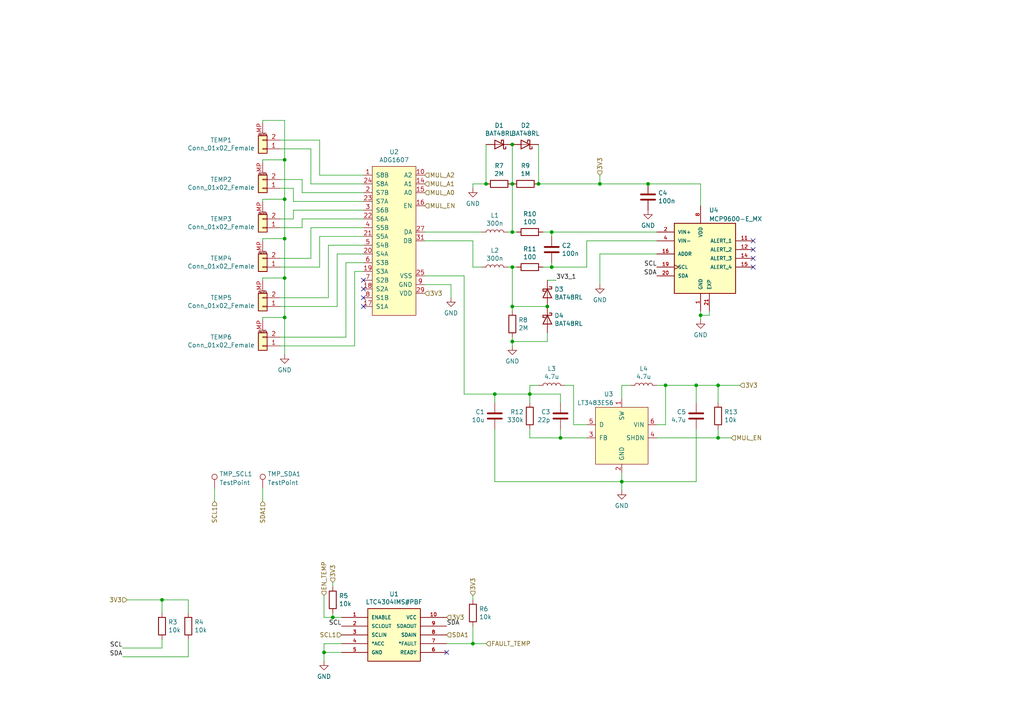
<source format=kicad_sch>
(kicad_sch (version 20211123) (generator eeschema)
  (paper "A4")
  (title_block (title "6 Channel Temperature Sensor") (date "2022-08-10") (rev "2.0"))
  (lib_symbols
    (symbol "Connector:TestPoint" (pin_numbers hide) (pin_names (offset 0.762) hide)
      (property "Reference" "TP" (at 0 6.858 0))
      (property "Value" "TestPoint" (at 0 5.08 0))
      (symbol "TestPoint_0_1"
        (circle (center 0 3.302) (radius 0.762))
      )
      (symbol "TestPoint_1_1"
        (pin passive line (at 0 0 90) (length 2.54) (name "1") (number "1"))
      )
    )
    (symbol "Connector_Generic_MountingPin:Conn_01x02_MountingPin" (pin_names (offset 1.016) hide)
      (property "Reference" "J" (at 0 2.54 0))
      (property "Value" "Conn_01x02_MountingPin" (at 1.27 -5.08 0))
      (symbol "Conn_01x02_MountingPin_1_1"
        (rectangle (start -1.27 -2.413) (end 0 -2.667) (stroke (width 0.1524)))
        (rectangle (start -1.27 0.127) (end 0 -0.127) (stroke (width 0.1524)))
        (rectangle (start -1.27 1.27) (end 1.27 -3.81) (stroke (width 0.254)) (fill (type background)))
        (polyline (pts (xy -1.016 -4.572) (xy 1.016 -4.572)) (stroke (width 0.1524)))
        (text "Mounting" (at 0 -4.191 0) (effects (font (size 0.381 0.381))))
        (pin passive line (at -5.08 0 0) (length 3.81) (name "Pin_1") (number "1"))
        (pin passive line (at -5.08 -2.54 0) (length 3.81) (name "Pin_2") (number "2"))
        (pin passive line (at 0 -7.62 90) (length 3.048) (name "MountPin") (number "MP"))
      )
    )
    (symbol "Device:C" (pin_numbers hide) (pin_names (offset 0.254))
      (property "Reference" "C" (at 0.635 2.54 0))
      (property "Value" "C" (at 0.635 -2.54 0))
      (symbol "C_0_1"
        (polyline (pts (xy -2.032 -0.762) (xy 2.032 -0.762)) (stroke (width 0.508)))
        (polyline (pts (xy -2.032 0.762) (xy 2.032 0.762)) (stroke (width 0.508)))
      )
      (symbol "C_1_1"
        (pin passive line (at 0 3.81 270) (length 2.794) (name "~") (number "1"))
        (pin passive line (at 0 -3.81 90) (length 2.794) (name "~") (number "2"))
      )
    )
    (symbol "Device:L" (pin_numbers hide) (pin_names (offset 1.016) hide)
      (property "Reference" "L" (at -1.27 0 90))
      (property "Value" "L" (at 1.905 0 90))
      (symbol "L_0_1"
        (arc (start 0 -2.54) (mid 0.635 -1.905) (end 0 -1.27))
        (arc (start 0 -1.27) (mid 0.635 -0.635) (end 0 0))
        (arc (start 0 0) (mid 0.635 0.635) (end 0 1.27))
        (arc (start 0 1.27) (mid 0.635 1.905) (end 0 2.54))
      )
      (symbol "L_1_1"
        (pin passive line (at 0 3.81 270) (length 1.27) (name "1") (number "1"))
        (pin passive line (at 0 -3.81 90) (length 1.27) (name "2") (number "2"))
      )
    )
    (symbol "Device:R" (pin_numbers hide) (pin_names (offset 0))
      (property "Reference" "R" (at 2.032 0 90))
      (property "Value" "R" (at 0 0 90))
      (symbol "R_0_1"
        (rectangle (start -1.016 -2.54) (end 1.016 2.54) (stroke (width 0.254)))
      )
      (symbol "R_1_1"
        (pin passive line (at 0 3.81 270) (length 1.27) (name "~") (number "1"))
        (pin passive line (at 0 -3.81 90) (length 1.27) (name "~") (number "2"))
      )
    )
    (symbol "Diode:BAT48RL" (pin_numbers hide) (pin_names (offset 1.016) hide)
      (property "Reference" "D" (at 0 2.54 0))
      (property "Value" "BAT48RL" (at 0 -2.54 0))
      (symbol "BAT48RL_0_1"
        (polyline (pts (xy 1.27 0) (xy -1.27 0)))
        (polyline (pts (xy 1.27 1.27) (xy 1.27 -1.27) (xy -1.27 0) (xy 1.27 1.27)) (stroke (width 0.254)))
        (polyline (pts (xy -1.905 0.635) (xy -1.905 1.27) (xy -1.27 1.27) (xy -1.27 -1.27) (xy -0.635 -1.27) (xy -0.635 -0.635)) (stroke (width 0.254)))
      )
      (symbol "BAT48RL_1_1"
        (pin passive line (at -3.81 0 0) (length 2.54) (name "K") (number "1"))
        (pin passive line (at 3.81 0 180) (length 2.54) (name "A") (number "2"))
      )
    )
    (symbol "cubesat_obc_lib:ADG1607" (pin_names (offset 1.016))
      (property "Reference" "U" (at 2.54 13.97 0))
      (property "Value" "ADG1607" (at 6.35 16.51 0))
      (symbol "ADG1607_0_0"
        (pin bidirectional line (at -8.89 7.62 0) (length 2.54) (name "S8B") (number "1"))
        (pin input line (at 8.89 7.62 180) (length 2.54) (name "A2") (number "10"))
        (pin no_connect line (at 5.08 -35.56 90) (length 2.54) hide (name "NC") (number "11"))
        (pin no_connect line (at 2.54 -35.56 90) (length 2.54) hide (name "NC") (number "12"))
        (pin no_connect line (at 0 -35.56 90) (length 2.54) hide (name "NC") (number "13"))
        (pin input line (at 8.89 5.08 180) (length 2.54) (name "A1") (number "14"))
        (pin input line (at 8.89 2.54 180) (length 2.54) (name "A0") (number "15"))
        (pin input line (at 8.89 -1.27 180) (length 2.54) (name "EN") (number "16"))
        (pin bidirectional line (at -8.89 -30.48 0) (length 2.54) (name "S1A") (number "17"))
        (pin bidirectional line (at -8.89 -25.4 0) (length 2.54) (name "S2A") (number "18"))
        (pin bidirectional line (at -8.89 -20.32 0) (length 2.54) (name "S3A") (number "19"))
        (pin bidirectional line (at -8.89 2.54 0) (length 2.54) (name "S7B") (number "2"))
        (pin bidirectional line (at -8.89 -15.24 0) (length 2.54) (name "S4A") (number "20"))
        (pin bidirectional line (at -8.89 -10.16 0) (length 2.54) (name "S5A") (number "21"))
        (pin bidirectional line (at -8.89 -5.08 0) (length 2.54) (name "S6A") (number "22"))
        (pin bidirectional line (at -8.89 0 0) (length 2.54) (name "S7A") (number "23"))
        (pin bidirectional line (at -8.89 5.08 0) (length 2.54) (name "S8A") (number "24"))
        (pin power_in line (at 8.89 -21.59 180) (length 2.54) (name "VSS") (number "25"))
        (pin no_connect line (at -2.54 -35.56 90) (length 2.54) hide (name "NC") (number "26"))
        (pin bidirectional line (at 8.89 -8.89 180) (length 2.54) (name "DA") (number "27"))
        (pin no_connect line (at 8.89 -13.97 180) (length 2.54) hide (name "NC") (number "28"))
        (pin power_in line (at 8.89 -26.67 180) (length 2.54) (name "VDD") (number "29"))
        (pin bidirectional line (at -8.89 -2.54 0) (length 2.54) (name "S6B") (number "3"))
        (pin no_connect line (at 8.89 -16.51 180) (length 2.54) hide (name "NC") (number "30"))
        (pin bidirectional line (at 8.89 -11.43 180) (length 2.54) (name "DB") (number "31"))
        (pin no_connect line (at 8.89 -19.05 180) (length 2.54) hide (name "NC") (number "32"))
        (pin bidirectional line (at -8.89 -7.62 0) (length 2.54) (name "S5B") (number "4"))
        (pin bidirectional line (at -8.89 -12.7 0) (length 2.54) (name "S4B") (number "5"))
        (pin bidirectional line (at -8.89 -17.78 0) (length 2.54) (name "S3B") (number "6"))
        (pin bidirectional line (at -8.89 -22.86 0) (length 2.54) (name "S2B") (number "7"))
        (pin bidirectional line (at -8.89 -27.94 0) (length 2.54) (name "S1B") (number "8"))
        (pin power_in line (at 8.89 -24.13 180) (length 2.54) (name "GND") (number "9"))
      )
      (symbol "ADG1607_0_1"
        (rectangle (start -6.35 10.16) (end 6.35 -33.02) (fill (type background)))
      )
    )
    (symbol "cubesat_obc_lib:LT3483ES6" (pin_names (offset 1.016))
      (property "Reference" "U" (at 7.62 12.7 0))
      (property "Value" "LT3483ES6" (at 11.43 15.24 0))
      (symbol "LT3483ES6_0_0"
        (pin bidirectional line (at 0 8.89 270) (length 2.54) (name "SW") (number "1"))
        (pin power_in line (at 0 -12.7 90) (length 2.54) (name "GND") (number "2"))
        (pin input line (at 10.16 -2.54 180) (length 2.54) (name "FB") (number "3"))
        (pin input line (at -10.16 -2.54 0) (length 2.54) (name "SHDN") (number "4"))
        (pin power_in line (at 10.16 1.27 180) (length 2.54) (name "D") (number "5"))
        (pin power_in line (at -10.16 1.27 0) (length 2.54) (name "VIN") (number "6"))
      )
      (symbol "LT3483ES6_0_1"
        (rectangle (start -7.62 6.35) (end 7.62 -10.16) (fill (type background)))
      )
    )
    (symbol "cubesat_obc_lib:LTC4304CMSTRPBF" (pin_names (offset 1.016))
      (property "Reference" "U" (at 30.861 9.1186 0))
      (property "Value" "LTC4304CMSTRPBF" (at 30.2006 6.5786 0))
      (symbol "LTC4304CMSTRPBF_0_0"
        (pin passive line (at 24.13 1.27 0) (length 7.62) (name "ENABLE") (number "1"))
        (pin power_in line (at 54.61 1.27 180) (length 7.62) (name "VCC") (number "10"))
        (pin output line (at 24.13 -1.27 0) (length 7.62) (name "SCLOUT") (number "2"))
        (pin input line (at 24.13 -3.81 0) (length 7.62) (name "SCLIN") (number "3"))
        (pin passive line (at 24.13 -6.35 0) (length 7.62) (name "*ACC") (number "4"))
        (pin power_in line (at 24.13 -8.89 0) (length 7.62) (name "GND") (number "5"))
        (pin passive line (at 54.61 -8.89 180) (length 7.62) (name "READY") (number "6"))
        (pin passive line (at 54.61 -6.35 180) (length 7.62) (name "*FAULT") (number "7"))
        (pin input line (at 54.61 -3.81 180) (length 7.62) (name "SDAIN") (number "8"))
        (pin output line (at 54.61 -1.27 180) (length 7.62) (name "SDAOUT") (number "9"))
      )
      (symbol "LTC4304CMSTRPBF_1_1"
        (rectangle (start 31.75 3.81) (end 46.99 -11.43) (stroke (width 0.254)) (fill (type background)))
      )
    )
    (symbol "cubesat_obc_lib:MCP9600-E_MX" (pin_names (offset 1.016))
      (property "Reference" "U" (at 1.27 15.24 0))
      (property "Value" "MCP9600-E_MX" (at 1.27 12.7 0))
      (symbol "MCP9600-E_MX_0_0"
        (pin power_in line (at -2.54 -13.97 90) (length 5.08) (name "GND") (number "1"))
        (pin passive line (at -2.54 -13.97 90) (length 5.08) hide (name "GND") (number "10"))
        (pin output line (at 12.7 6.35 180) (length 5.08) (name "ALERT_1") (number "11"))
        (pin output line (at 12.7 3.81 180) (length 5.08) (name "ALERT_2") (number "12"))
        (pin passive line (at -2.54 -13.97 90) (length 5.08) hide (name "GND") (number "13"))
        (pin output line (at 12.7 1.27 180) (length 5.08) (name "ALERT_3") (number "14"))
        (pin output line (at 12.7 -1.27 180) (length 5.08) (name "ALERT_4") (number "15"))
        (pin input line (at -15.24 2.54 0) (length 5.08) (name "ADDR") (number "16"))
        (pin passive line (at -2.54 -13.97 90) (length 5.08) hide (name "GND") (number "17"))
        (pin passive line (at -2.54 -13.97 90) (length 5.08) hide (name "GND") (number "18"))
        (pin input clock (at -15.24 -1.27 0) (length 5.08) (name "SCL") (number "19"))
        (pin input line (at -15.24 8.89 0) (length 5.08) (name "VIN+") (number "2"))
        (pin bidirectional line (at -15.24 -3.81 0) (length 5.08) (name "SDA") (number "20"))
        (pin power_in line (at 0 -13.97 90) (length 5.08) (name "EXP") (number "21"))
        (pin passive line (at -2.54 -13.97 90) (length 5.08) hide (name "GND") (number "3"))
        (pin input line (at -15.24 6.35 0) (length 5.08) (name "VIN-") (number "4"))
        (pin passive line (at -2.54 -13.97 90) (length 5.08) hide (name "GND") (number "5"))
        (pin passive line (at -2.54 -13.97 90) (length 5.08) hide (name "GND") (number "6"))
        (pin passive line (at -2.54 -13.97 90) (length 5.08) hide (name "GND") (number "7"))
        (pin power_in line (at -2.54 16.51 270) (length 5.08) (name "VDD") (number "8"))
        (pin passive line (at -2.54 -13.97 90) (length 5.08) hide (name "GND") (number "9"))
      )
      (symbol "MCP9600-E_MX_1_1"
        (rectangle (start -10.16 11.43) (end 7.62 -8.89) (stroke (width 0.254)) (fill (type background)))
      )
    )
    (symbol "power:GND" (power) (pin_names (offset 0))
      (property "Value" "GND" (at 0 -3.81 0))
      (symbol "GND_0_1"
        (polyline (pts (xy 0 0) (xy 0 -1.27) (xy 1.27 -1.27) (xy 0 -2.54) (xy -1.27 -1.27) (xy 0 -1.27)))
      )
      (symbol "GND_1_1"
        (pin power_in line (at 0 0 270) (length 0) hide (name "GND") (number "1"))
      )
    )
  )
  (junction (at 82.55 57.785))
  (junction (at 82.55 69.215))
  (junction (at 140.97 53.34))
  (junction (at 82.55 80.645))
  (junction (at 156.21 53.34))
  (junction (at 148.59 67.31))
  (junction (at 173.99 53.34))
  (junction (at 208.28 111.76))
  (junction (at 148.59 77.47))
  (junction (at 158.75 88.9))
  (junction (at 193.04 111.76))
  (junction (at 148.59 41.91))
  (junction (at 82.55 46.355))
  (junction (at 148.59 53.34))
  (junction (at 208.28 127))
  (junction (at 46.99 173.99))
  (junction (at 187.96 53.34))
  (junction (at 153.67 114.3))
  (junction (at 148.59 99.06))
  (junction (at 96.52 179.07))
  (junction (at 162.56 127))
  (junction (at 93.98 189.23))
  (junction (at 203.2 91.44))
  (junction (at 137.16 186.69))
  (junction (at 148.59 88.9))
  (junction (at 143.51 114.3))
  (junction (at 201.93 111.76))
  (junction (at 180.34 139.7))
  (junction (at 160.02 77.47))
  (junction (at 82.55 92.075))
  (junction (at 160.02 67.31))
  (no_connect (at 105.41 81.28))
  (no_connect (at 105.41 86.36))
  (no_connect (at 105.41 88.9))
  (no_connect (at 105.41 83.82))
  (no_connect (at 218.44 77.47))
  (no_connect (at 218.44 74.93))
  (no_connect (at 218.44 72.39))
  (no_connect (at 218.44 69.85))
  (no_connect (at 129.54 189.23))
  (wire (pts (xy 93.98 186.69) (xy 93.98 189.23)))
  (wire (pts (xy 205.74 91.44) (xy 205.74 90.17)))
  (wire (pts (xy 137.16 77.47) (xy 137.16 69.85)))
  (wire (pts (xy 134.62 114.3) (xy 143.51 114.3)))
  (wire (pts (xy 147.32 67.31) (xy 148.59 67.31)))
  (wire (pts (xy 81.28 100.33) (xy 102.87 100.33)))
  (wire (pts (xy 201.93 139.7) (xy 201.93 124.46)))
  (wire (pts (xy 85.09 54.61) (xy 81.28 54.61)))
  (wire (pts (xy 102.87 78.74) (xy 102.87 100.33)))
  (wire (pts (xy 170.18 69.85) (xy 170.18 77.47)))
  (wire (pts (xy 173.99 53.34) (xy 187.96 53.34)))
  (wire (pts (xy 81.28 97.79) (xy 100.33 97.79)))
  (wire (pts (xy 170.18 77.47) (xy 160.02 77.47)))
  (wire (pts (xy 203.2 90.17) (xy 203.2 91.44)))
  (wire (pts (xy 130.81 82.55) (xy 123.19 82.55)))
  (wire (pts (xy 134.62 80.01) (xy 134.62 114.3)))
  (wire (pts (xy 82.55 80.645) (xy 82.55 92.075)))
  (wire (pts (xy 87.63 63.5) (xy 87.63 66.04)))
  (wire (pts (xy 85.09 63.5) (xy 81.28 63.5)))
  (wire (pts (xy 130.81 86.36) (xy 130.81 82.55)))
  (wire (pts (xy 140.97 41.91) (xy 140.97 53.34)))
  (wire (pts (xy 153.67 114.3) (xy 162.56 114.3)))
  (wire (pts (xy 140.97 186.69) (xy 137.16 186.69)))
  (wire (pts (xy 90.17 53.34) (xy 90.17 43.18)))
  (wire (pts (xy 156.21 53.34) (xy 173.99 53.34)))
  (wire (pts (xy 180.34 137.16) (xy 180.34 139.7)))
  (wire (pts (xy 162.56 127) (xy 170.18 127)))
  (wire (pts (xy 193.04 111.76) (xy 193.04 123.19)))
  (wire (pts (xy 173.99 73.66) (xy 190.5 73.66)))
  (wire (pts (xy 97.79 73.66) (xy 97.79 88.9)))
  (wire (pts (xy 148.59 97.79) (xy 148.59 99.06)))
  (wire (pts (xy 153.67 111.76) (xy 153.67 114.3)))
  (wire (pts (xy 203.2 91.44) (xy 205.74 91.44)))
  (wire (pts (xy 36.83 173.99) (xy 46.99 173.99)))
  (wire (pts (xy 153.67 127) (xy 162.56 127)))
  (wire (pts (xy 105.41 78.74) (xy 102.87 78.74)))
  (wire (pts (xy 92.71 40.64) (xy 81.28 40.64)))
  (wire (pts (xy 129.54 186.69) (xy 137.16 186.69)))
  (wire (pts (xy 87.63 52.07) (xy 81.28 52.07)))
  (wire (pts (xy 90.17 74.93) (xy 81.28 74.93)))
  (wire (pts (xy 182.88 111.76) (xy 180.34 111.76)))
  (wire (pts (xy 76.2 80.645) (xy 82.55 80.645)))
  (wire (pts (xy 76.2 35.56) (xy 76.2 34.925)))
  (wire (pts (xy 139.7 77.47) (xy 137.16 77.47)))
  (wire (pts (xy 46.99 173.99) (xy 46.99 177.8)))
  (wire (pts (xy 76.2 81.28) (xy 76.2 80.645)))
  (wire (pts (xy 76.2 46.99) (xy 76.2 46.355)))
  (wire (pts (xy 193.04 123.19) (xy 190.5 123.19)))
  (wire (pts (xy 82.55 34.925) (xy 82.55 46.355)))
  (wire (pts (xy 148.59 99.06) (xy 148.59 100.33)))
  (wire (pts (xy 162.56 124.46) (xy 162.56 127)))
  (wire (pts (xy 148.59 77.47) (xy 148.59 88.9)))
  (wire (pts (xy 201.93 116.84) (xy 201.93 111.76)))
  (wire (pts (xy 166.37 111.76) (xy 166.37 123.19)))
  (wire (pts (xy 123.19 69.85) (xy 137.16 69.85)))
  (wire (pts (xy 137.16 181.61) (xy 137.16 186.69)))
  (wire (pts (xy 190.5 127) (xy 208.28 127)))
  (wire (pts (xy 105.41 68.58) (xy 92.71 68.58)))
  (wire (pts (xy 76.2 92.075) (xy 82.55 92.075)))
  (wire (pts (xy 82.55 69.215) (xy 82.55 80.645)))
  (wire (pts (xy 105.41 71.12) (xy 95.25 71.12)))
  (wire (pts (xy 100.33 76.2) (xy 100.33 97.79)))
  (wire (pts (xy 35.56 190.5) (xy 54.61 190.5)))
  (wire (pts (xy 92.71 77.47) (xy 81.28 77.47)))
  (wire (pts (xy 105.41 55.88) (xy 87.63 55.88)))
  (wire (pts (xy 100.33 76.2) (xy 105.41 76.2)))
  (wire (pts (xy 105.41 73.66) (xy 97.79 73.66)))
  (wire (pts (xy 187.96 53.34) (xy 203.2 53.34)))
  (wire (pts (xy 134.62 80.01) (xy 123.19 80.01)))
  (wire (pts (xy 87.63 55.88) (xy 87.63 52.07)))
  (wire (pts (xy 76.2 34.925) (xy 82.55 34.925)))
  (wire (pts (xy 46.99 187.96) (xy 46.99 185.42)))
  (wire (pts (xy 92.71 50.8) (xy 92.71 40.64)))
  (wire (pts (xy 170.18 69.85) (xy 190.5 69.85)))
  (wire (pts (xy 148.59 41.91) (xy 148.59 53.34)))
  (wire (pts (xy 201.93 111.76) (xy 208.28 111.76)))
  (wire (pts (xy 95.25 71.12) (xy 95.25 86.36)))
  (wire (pts (xy 201.93 111.76) (xy 193.04 111.76)))
  (wire (pts (xy 137.16 172.72) (xy 137.16 173.99)))
  (wire (pts (xy 153.67 114.3) (xy 153.67 116.84)))
  (wire (pts (xy 85.09 58.42) (xy 85.09 54.61)))
  (wire (pts (xy 105.41 50.8) (xy 92.71 50.8)))
  (wire (pts (xy 85.09 60.96) (xy 85.09 63.5)))
  (wire (pts (xy 180.34 139.7) (xy 143.51 139.7)))
  (wire (pts (xy 105.41 66.04) (xy 90.17 66.04)))
  (wire (pts (xy 76.2 58.42) (xy 76.2 57.785)))
  (wire (pts (xy 166.37 123.19) (xy 170.18 123.19)))
  (wire (pts (xy 148.59 77.47) (xy 149.86 77.47)))
  (wire (pts (xy 208.28 124.46) (xy 208.28 127)))
  (wire (pts (xy 153.67 124.46) (xy 153.67 127)))
  (wire (pts (xy 93.98 179.07) (xy 96.52 179.07)))
  (wire (pts (xy 82.55 46.355) (xy 82.55 57.785)))
  (wire (pts (xy 93.98 172.72) (xy 93.98 179.07)))
  (wire (pts (xy 76.2 69.85) (xy 76.2 69.215)))
  (wire (pts (xy 190.5 111.76) (xy 193.04 111.76)))
  (wire (pts (xy 162.56 114.3) (xy 162.56 116.84)))
  (wire (pts (xy 180.34 111.76) (xy 180.34 115.57)))
  (wire (pts (xy 158.75 88.9) (xy 148.59 88.9)))
  (wire (pts (xy 46.99 173.99) (xy 54.61 173.99)))
  (wire (pts (xy 76.2 46.355) (xy 82.55 46.355)))
  (wire (pts (xy 96.52 179.07) (xy 99.06 179.07)))
  (wire (pts (xy 87.63 66.04) (xy 81.28 66.04)))
  (wire (pts (xy 123.19 67.31) (xy 139.7 67.31)))
  (wire (pts (xy 161.29 81.28) (xy 158.75 81.28)))
  (wire (pts (xy 203.2 91.44) (xy 203.2 92.71)))
  (wire (pts (xy 93.98 189.23) (xy 93.98 191.77)))
  (wire (pts (xy 54.61 173.99) (xy 54.61 177.8)))
  (wire (pts (xy 149.86 67.31) (xy 148.59 67.31)))
  (wire (pts (xy 143.51 114.3) (xy 143.51 116.84)))
  (wire (pts (xy 153.67 114.3) (xy 143.51 114.3)))
  (wire (pts (xy 92.71 68.58) (xy 92.71 77.47)))
  (wire (pts (xy 208.28 111.76) (xy 208.28 116.84)))
  (wire (pts (xy 35.56 187.96) (xy 46.99 187.96)))
  (wire (pts (xy 157.48 77.47) (xy 160.02 77.47)))
  (wire (pts (xy 76.2 57.785) (xy 82.55 57.785)))
  (wire (pts (xy 143.51 124.46) (xy 143.51 139.7)))
  (wire (pts (xy 81.28 86.36) (xy 95.25 86.36)))
  (wire (pts (xy 90.17 43.18) (xy 81.28 43.18)))
  (wire (pts (xy 180.34 139.7) (xy 180.34 142.24)))
  (wire (pts (xy 173.99 50.8) (xy 173.99 53.34)))
  (wire (pts (xy 157.48 67.31) (xy 160.02 67.31)))
  (wire (pts (xy 54.61 190.5) (xy 54.61 185.42)))
  (wire (pts (xy 203.2 53.34) (xy 203.2 59.69)))
  (wire (pts (xy 147.32 77.47) (xy 148.59 77.47)))
  (wire (pts (xy 99.06 186.69) (xy 93.98 186.69)))
  (wire (pts (xy 148.59 99.06) (xy 158.75 99.06)))
  (wire (pts (xy 76.2 69.215) (xy 82.55 69.215)))
  (wire (pts (xy 160.02 67.31) (xy 190.5 67.31)))
  (wire (pts (xy 105.41 60.96) (xy 85.09 60.96)))
  (wire (pts (xy 166.37 111.76) (xy 163.83 111.76)))
  (wire (pts (xy 137.16 53.34) (xy 140.97 53.34)))
  (wire (pts (xy 148.59 88.9) (xy 148.59 90.17)))
  (wire (pts (xy 96.52 177.8) (xy 96.52 179.07)))
  (wire (pts (xy 82.55 92.075) (xy 82.55 102.87)))
  (wire (pts (xy 160.02 77.47) (xy 160.02 76.2)))
  (wire (pts (xy 208.28 111.76) (xy 214.63 111.76)))
  (wire (pts (xy 208.28 127) (xy 212.09 127)))
  (wire (pts (xy 62.23 141.605) (xy 62.23 145.415)))
  (wire (pts (xy 105.41 58.42) (xy 85.09 58.42)))
  (wire (pts (xy 76.2 141.605) (xy 76.2 145.415)))
  (wire (pts (xy 148.59 53.34) (xy 148.59 67.31)))
  (wire (pts (xy 105.41 53.34) (xy 90.17 53.34)))
  (wire (pts (xy 81.28 88.9) (xy 97.79 88.9)))
  (wire (pts (xy 96.52 168.91) (xy 96.52 170.18)))
  (wire (pts (xy 173.99 73.66) (xy 173.99 82.55)))
  (wire (pts (xy 99.06 189.23) (xy 93.98 189.23)))
  (wire (pts (xy 158.75 99.06) (xy 158.75 96.52)))
  (wire (pts (xy 76.2 92.71) (xy 76.2 92.075)))
  (wire (pts (xy 82.55 57.785) (xy 82.55 69.215)))
  (wire (pts (xy 105.41 63.5) (xy 87.63 63.5)))
  (wire (pts (xy 156.21 111.76) (xy 153.67 111.76)))
  (wire (pts (xy 90.17 66.04) (xy 90.17 74.93)))
  (wire (pts (xy 156.21 41.91) (xy 156.21 53.34)))
  (wire (pts (xy 137.16 53.34) (xy 137.16 54.61)))
  (wire (pts (xy 160.02 67.31) (xy 160.02 68.58)))
  (wire (pts (xy 180.34 139.7) (xy 201.93 139.7)))
  (label "3V3_1" (at 161.29 81.28 0))
  (label "SCL" (at 190.5 77.47 180))
  (label "SCL" (at 35.56 187.96 180))
  (label "SDA" (at 129.54 181.61 0))
  (label "SCL" (at 99.06 181.61 180))
  (label "SDA" (at 35.56 190.5 180))
  (label "SDA" (at 190.5 80.01 180))
  (hierarchical_label "MUL_EN" (shape input) (at 123.19 59.69 0))
  (hierarchical_label "3V3" (shape input) (at 214.63 111.76 0))
  (hierarchical_label "SDA1" (shape input) (at 76.2 145.415 270))
  (hierarchical_label "SCL1" (shape input) (at 99.06 184.15 180))
  (hierarchical_label "FAULT_TEMP" (shape input) (at 140.97 186.69 0))
  (hierarchical_label "3V3" (shape input) (at 96.52 168.91 90))
  (hierarchical_label "SCL1" (shape input) (at 62.23 145.415 270))
  (hierarchical_label "MUL_A0" (shape input) (at 123.19 55.88 0))
  (hierarchical_label "EN_TEMP" (shape input) (at 93.98 172.72 90))
  (hierarchical_label "MUL_EN" (shape input) (at 212.09 127 0))
  (hierarchical_label "MUL_A2" (shape input) (at 123.19 50.8 0))
  (hierarchical_label "3V3" (shape input) (at 173.99 50.8 90))
  (hierarchical_label "3V3" (shape input) (at 123.19 85.09 0))
  (hierarchical_label "3V3" (shape input) (at 36.83 173.99 180))
  (hierarchical_label "SDA1" (shape input) (at 129.54 184.15 0))
  (hierarchical_label "MUL_A1" (shape input) (at 123.19 53.34 0))
  (hierarchical_label "3V3" (shape input) (at 129.54 179.07 0))
  (hierarchical_label "3V3" (shape input) (at 137.16 172.72 90))
  (symbol (lib_id "cubesat_obc_lib:MCP9600-E_MX") (at 205.74 76.2 0) (unit 1)
    (property "Reference" "U4" (at 207.01 60.96 0))
    (property "Value" "MCP9600-E_MX" (at 213.36 63.5 0))
    (property "Footprint" "Package_DFN_QFN:QFN-20-1EP_5x5mm_P0.65mm_EP3.35x3.35mm_ThermalVias" (effects hide))
    (property "Datasheet" "F" (effects hide))
    (property "Field4" "Microchip" (effects hide))
    (property "Field5" "1.00mm" (effects hide))
    (property "Field6" "IPC-7351B" (effects hide))
  )
  (symbol (lib_id "Connector_Generic_MountingPin:Conn_01x02_MountingPin") (at 76.2 43.18 180) (unit 1)
    (property "Reference" "TEMP1" (at 64.135 40.64 0))
    (property "Value" "Conn_01x02_Female" (at 64.135 42.9514 0))
    (property "Footprint" "Connector_Molex:Molex_PicoBlade_53261-0271_1x02-1MP_P1.25mm_Horizontal" (effects hide))
    (property "Digikey Part Number" "WM25389CT-ND" (effects hide))
  )
  (symbol (lib_id "Device:R") (at 144.78 53.34 270) (unit 1)
    (property "Reference" "R7" (at 144.78 48.0822 90))
    (property "Value" "2M" (at 144.78 50.3936 90))
    (property "Footprint" "Resistor_SMD:R_0603_1608Metric" (effects hide))
    (property "Digikey Part Number" "YAG3591CT-ND" (effects hide))
  )
  (symbol (lib_id "Device:R") (at 152.4 53.34 270) (unit 1)
    (property "Reference" "R9" (at 152.4 48.0822 90))
    (property "Value" "1M" (at 152.4 50.3936 90))
    (property "Footprint" "Resistor_SMD:R_0603_1608Metric" (effects hide))
    (property "Digikey Part Number" "311-1MLDCT-ND" (effects hide))
  )
  (symbol (lib_id "Device:R") (at 148.59 93.98 0) (unit 1)
    (property "Reference" "R8" (at 150.368 92.8116 0) (effects (justify left)))
    (property "Value" "2M" (at 150.368 95.123 0) (effects (justify left)))
    (property "Footprint" "Resistor_SMD:R_0603_1608Metric" (effects hide))
    (property "Digikey Part Number" "YAG3591CT-ND" (effects hide))
  )
  (symbol (lib_id "Device:R") (at 153.67 67.31 270) (unit 1)
    (property "Reference" "R10" (at 153.67 62.0522 90))
    (property "Value" "100" (at 153.67 64.3636 90))
    (property "Footprint" "Resistor_SMD:R_0402_1005Metric" (effects hide))
    (property "Digikey Part Number" "YAG3435CT-ND" (effects hide))
  )
  (symbol (lib_id "Device:R") (at 153.67 77.47 270) (unit 1)
    (property "Reference" "R11" (at 153.67 72.2122 90))
    (property "Value" "100" (at 153.67 74.5236 90))
    (property "Footprint" "Resistor_SMD:R_0402_1005Metric" (effects hide))
    (property "Digikey Part Number" "YAG3435CT-ND" (effects hide))
  )
  (symbol (lib_id "Device:C") (at 160.02 72.39 0) (unit 1)
    (property "Reference" "C2" (at 162.941 71.2216 0) (effects (justify left)))
    (property "Value" "100n" (at 162.941 73.533 0) (effects (justify left)))
    (property "Footprint" "Capacitor_SMD:C_0402_1005Metric" (effects hide))
    (property "Digikey Part Number" "399-6828-1-ND" (effects hide))
  )
  (symbol (lib_id "Device:L") (at 143.51 67.31 90) (unit 1)
    (property "Reference" "L1" (at 143.51 62.484 90))
    (property "Value" "300n" (at 143.51 64.7954 90))
    (property "Footprint" "Inductor_SMD:L_Taiyo-Yuden_MD-3030" (effects hide))
    (property "Digikey Part Number" "587-5612-1-ND" (effects hide))
  )
  (symbol (lib_id "Device:L") (at 143.51 77.47 90) (unit 1)
    (property "Reference" "L2" (at 143.51 72.644 90))
    (property "Value" "300n" (at 143.51 74.9554 90))
    (property "Footprint" "Inductor_SMD:L_Taiyo-Yuden_MD-3030" (effects hide))
    (property "Digikey Part Number" "587-5612-1-ND" (effects hide))
  )
  (symbol (lib_id "Diode:BAT48RL") (at 158.75 92.71 270) (unit 1)
    (property "Reference" "D4" (at 160.782 91.5416 90) (effects (justify left)))
    (property "Value" "BAT48RL" (at 160.782 93.853 90) (effects (justify left)))
    (property "Footprint" "Diode_SMD:D_SOD-123" (effects hide))
    (property "Datasheet" "www.st.com/resource/en/datasheet/bat48.pdf" (effects hide))
    (property "Digikey Part Number" "497-5712-1-ND" (effects hide))
  )
  (symbol (lib_id "Diode:BAT48RL") (at 158.75 85.09 270) (unit 1)
    (property "Reference" "D3" (at 160.782 83.9216 90) (effects (justify left)))
    (property "Value" "BAT48RL" (at 160.782 86.233 90) (effects (justify left)))
    (property "Footprint" "Diode_SMD:D_SOD-123" (effects hide))
    (property "Datasheet" "www.st.com/resource/en/datasheet/bat48.pdf" (effects hide))
    (property "Digikey Part Number" "497-5712-1-ND" (effects hide))
  )
  (symbol (lib_id "Diode:BAT48RL") (at 144.78 41.91 180) (unit 1)
    (property "Reference" "D1" (at 144.78 36.3982 0))
    (property "Value" "BAT48RL" (at 144.78 38.7096 0))
    (property "Footprint" "Diode_SMD:D_SOD-123" (effects hide))
    (property "Datasheet" "www.st.com/resource/en/datasheet/bat48.pdf" (effects hide))
    (property "Digikey Part Number" "497-5712-1-ND" (effects hide))
  )
  (symbol (lib_id "Diode:BAT48RL") (at 152.4 41.91 180) (unit 1)
    (property "Reference" "D2" (at 152.4 36.3982 0))
    (property "Value" "BAT48RL" (at 152.4 38.7096 0))
    (property "Footprint" "Diode_SMD:D_SOD-123" (effects hide))
    (property "Datasheet" "www.st.com/resource/en/datasheet/bat48.pdf" (effects hide))
    (property "Digikey Part Number" "497-5712-1-ND" (effects hide))
  )
  (symbol (lib_id "Connector_Generic_MountingPin:Conn_01x02_MountingPin") (at 76.2 54.61 180) (unit 1)
    (property "Reference" "TEMP2" (at 64.135 52.07 0))
    (property "Value" "Conn_01x02_Female" (at 64.135 54.3814 0))
    (property "Footprint" "Connector_Molex:Molex_PicoBlade_53261-0271_1x02-1MP_P1.25mm_Horizontal" (effects hide))
    (property "Digikey Part Number" "WM25389CT-ND" (effects hide))
  )
  (symbol (lib_id "Connector_Generic_MountingPin:Conn_01x02_MountingPin") (at 76.2 77.47 180) (unit 1)
    (property "Reference" "TEMP4" (at 64.135 74.93 0))
    (property "Value" "Conn_01x02_Female" (at 64.135 77.2414 0))
    (property "Footprint" "Connector_Molex:Molex_PicoBlade_53261-0271_1x02-1MP_P1.25mm_Horizontal" (effects hide))
    (property "Digikey Part Number" "WM25389CT-ND" (effects hide))
  )
  (symbol (lib_id "Connector_Generic_MountingPin:Conn_01x02_MountingPin") (at 76.2 66.04 180) (unit 1)
    (property "Reference" "TEMP3" (at 64.135 63.5 0))
    (property "Value" "Conn_01x02_Female" (at 64.135 65.8114 0))
    (property "Footprint" "Connector_Molex:Molex_PicoBlade_53261-0271_1x02-1MP_P1.25mm_Horizontal" (effects hide))
    (property "Digikey Part Number" "WM25389CT-ND" (effects hide))
  )
  (symbol (lib_id "Device:C") (at 187.96 57.15 0) (unit 1)
    (property "Reference" "C4" (at 190.881 55.9816 0) (effects (justify left)))
    (property "Value" "100n" (at 190.881 58.293 0) (effects (justify left)))
    (property "Footprint" "Capacitor_SMD:C_0402_1005Metric" (effects hide))
    (property "Digikey Part Number" "399-6828-1-ND" (effects hide))
  )
  (symbol (lib_id "Device:R") (at 46.99 181.61 0) (unit 1)
    (property "Reference" "R3" (at 48.768 180.4416 0) (effects (justify left)))
    (property "Value" "10k" (at 48.768 182.753 0) (effects (justify left)))
    (property "Footprint" "Resistor_SMD:R_0402_1005Metric" (effects hide))
    (property "Digikey Part Number" "YAG3436CT-ND" (effects hide))
  )
  (symbol (lib_id "Device:R") (at 54.61 181.61 0) (unit 1)
    (property "Reference" "R4" (at 56.388 180.4416 0) (effects (justify left)))
    (property "Value" "10k" (at 56.388 182.753 0) (effects (justify left)))
    (property "Footprint" "Resistor_SMD:R_0402_1005Metric" (effects hide))
    (property "Digikey Part Number" "YAG3436CT-ND" (effects hide))
  )
  (symbol (lib_id "cubesat_obc_lib:LTC4304CMSTRPBF") (at 74.93 180.34 0) (unit 1)
    (property "Reference" "U1" (at 114.3 172.2882 0))
    (property "Value" "LTC4304IMS#PBF" (at 114.3 174.5996 0))
    (property "Footprint" "Package_SO:MSOP-10_3x3mm_P0.5mm" (effects hide))
    (property "Datasheet" "ltc4304cms#trpbf" (effects hide))
    (property "Field4" "Linear Technology" (effects hide))
    (property "Digikey Part Number" "LTC4304IMS#PBF-ND" (effects hide))
  )
  (symbol (lib_id "Device:R") (at 96.52 173.99 0) (unit 1)
    (property "Reference" "R5" (at 98.298 172.8216 0) (effects (justify left)))
    (property "Value" "10k" (at 98.298 175.133 0) (effects (justify left)))
    (property "Footprint" "Resistor_SMD:R_0402_1005Metric" (effects hide))
    (property "Digikey Part Number" "YAG3436CT-ND" (effects hide))
  )
  (symbol (lib_id "Device:R") (at 137.16 177.8 0) (unit 1)
    (property "Reference" "R6" (at 138.938 176.6316 0) (effects (justify left)))
    (property "Value" "10k" (at 138.938 178.943 0) (effects (justify left)))
    (property "Footprint" "Resistor_SMD:R_0402_1005Metric" (effects hide))
    (property "Digikey Part Number" "YAG3436CT-ND" (effects hide))
  )
  (symbol (lib_id "cubesat_obc_lib:LT3483ES6") (at 180.34 124.46 0) (mirror y) (unit 1)
    (property "Reference" "U3" (at 176.53 114.3 0))
    (property "Value" "LT3483ES6" (at 172.72 116.84 0))
    (property "Footprint" "Package_DFN_QFN:DFN-8-1EP_2x2mm_P0.45mm_EP0.64x1.38mm" (effects hide))
    (property "Datasheet" "http://www.linear.com/docs/25195" (effects hide))
    (property "Digikey Part Number" "LT3483IDC#TRMPBFCT-ND" (effects hide))
  )
  (symbol (lib_id "cubesat_obc_lib:ADG1607") (at 114.3 58.42 0) (unit 1)
    (property "Reference" "U2" (at 114.3 44.069 0))
    (property "Value" "ADG1607" (at 114.3 46.3804 0))
    (property "Footprint" "Package_CSP:LFCSP-32-1EP_5x5mm_P0.5mm_EP3.1x3.1mm" (effects hide))
    (property "Datasheet" "https://www.analog.com/media/en/technical-documentation/data-sheets/ADG1606_1607.pdf" (effects hide))
    (property "Digikey Part Number" "ADG1607BCPZ-REEL7CT-ND" (effects hide))
  )
  (symbol (lib_id "Device:C") (at 201.93 120.65 0) (mirror y) (unit 1)
    (property "Reference" "C5" (at 199.009 119.4816 0) (effects (justify left)))
    (property "Value" "4.7u" (at 199.009 121.793 0) (effects (justify left)))
    (property "Footprint" "Capacitor_SMD:C_0805_2012Metric" (effects hide))
    (property "Digikey Part Number" "399-15711-1-ND" (effects hide))
  )
  (symbol (lib_id "Device:C") (at 162.56 120.65 0) (mirror y) (unit 1)
    (property "Reference" "C3" (at 159.639 119.4816 0) (effects (justify left)))
    (property "Value" "22p" (at 159.639 121.793 0) (effects (justify left)))
    (property "Footprint" "Capacitor_SMD:C_0402_1005Metric" (effects hide))
    (property "Digikey Part Number" "399-C0402C220J3GACAUTOCT-ND" (effects hide))
  )
  (symbol (lib_id "Device:C") (at 143.51 120.65 0) (mirror y) (unit 1)
    (property "Reference" "C1" (at 140.589 119.4816 0) (effects (justify left)))
    (property "Value" "10u" (at 140.589 121.793 0) (effects (justify left)))
    (property "Footprint" "Capacitor_SMD:C_1206_3216Metric" (effects hide))
    (property "Digikey Part Number" "399-7012-1-ND" (effects hide))
  )
  (symbol (lib_id "Device:L") (at 186.69 111.76 270) (mirror x) (unit 1)
    (property "Reference" "L4" (at 186.69 106.934 90))
    (property "Value" "4.7u" (at 186.69 109.2454 90))
    (property "Footprint" "cubesat_obc:L_Vishay_IHLP-2020" (effects hide))
    (property "Digikey Part Number" "541-1222-1-ND" (effects hide))
  )
  (symbol (lib_id "Device:L") (at 160.02 111.76 270) (mirror x) (unit 1)
    (property "Reference" "L3" (at 160.02 106.934 90))
    (property "Value" "4.7u" (at 160.02 109.2454 90))
    (property "Footprint" "cubesat_obc:L_Vishay_IHLP-2020" (effects hide))
    (property "Digikey Part Number" "541-1222-1-ND" (effects hide))
  )
  (symbol (lib_id "Device:R") (at 153.67 120.65 0) (mirror y) (unit 1)
    (property "Reference" "R12" (at 151.892 119.4816 0) (effects (justify left)))
    (property "Value" "330k" (at 151.892 121.793 0) (effects (justify left)))
    (property "Footprint" "Resistor_SMD:R_0402_1005Metric" (effects hide))
    (property "Digikey Part Number" "YAG3475CT-ND" (effects hide))
  )
  (symbol (lib_id "Connector_Generic_MountingPin:Conn_01x02_MountingPin") (at 76.2 100.33 180) (unit 1)
    (property "Reference" "TEMP6" (at 64.135 97.79 0))
    (property "Value" "Conn_01x02_Female" (at 64.135 100.1014 0))
    (property "Footprint" "Connector_Molex:Molex_PicoBlade_53261-0271_1x02-1MP_P1.25mm_Horizontal" (effects hide))
    (property "Digikey Part Number" "WM25389CT-ND" (effects hide))
  )
  (symbol (lib_id "Connector_Generic_MountingPin:Conn_01x02_MountingPin") (at 76.2 88.9 180) (unit 1)
    (property "Reference" "TEMP5" (at 64.135 86.36 0))
    (property "Value" "Conn_01x02_Female" (at 64.135 88.6714 0))
    (property "Footprint" "Connector_Molex:Molex_PicoBlade_53261-0271_1x02-1MP_P1.25mm_Horizontal" (effects hide))
    (property "Digikey Part Number" "WM25389CT-ND" (effects hide))
  )
  (symbol (lib_id "power:GND") (at 93.98 191.77 0) (unit 1)
    (property "Reference" "#PWR08" (effects hide))
    (property "Value" "GND" (at 93.98 196.2134 0))
  )
  (symbol (lib_id "power:GND") (at 173.99 82.55 0) (unit 1)
    (property "Reference" "#PWR012" (effects hide))
    (property "Value" "GND" (at 173.99 86.9934 0))
  )
  (symbol (lib_id "power:GND") (at 137.16 54.61 0) (unit 1)
    (property "Reference" "#PWR010" (effects hide))
    (property "Value" "GND" (at 137.16 59.0534 0))
  )
  (symbol (lib_id "Device:R") (at 208.28 120.65 0) (unit 1)
    (property "Reference" "R13" (at 210.058 119.4816 0) (effects (justify left)))
    (property "Value" "10k" (at 210.058 121.793 0) (effects (justify left)))
    (property "Footprint" "Resistor_SMD:R_0402_1005Metric" (effects hide))
    (property "Digikey Part Number" "YAG3436CT-ND" (effects hide))
  )
  (symbol (lib_id "power:GND") (at 180.34 142.24 0) (unit 1)
    (property "Reference" "#PWR013" (effects hide))
    (property "Value" "GND" (at 180.34 146.6834 0))
  )
  (symbol (lib_id "Connector:TestPoint") (at 62.23 141.605 0) (unit 1)
    (property "Reference" "TMP_SCL1" (at 63.627 137.4683 0) (effects (justify left)))
    (property "Value" "TestPoint" (at 63.627 140.0052 0) (effects (justify left)))
    (property "Footprint" "TestPoint:TestPoint_Pad_D1.0mm" (effects hide))
  )
  (symbol (lib_id "power:GND") (at 187.96 60.96 0) (unit 1)
    (property "Reference" "#PWR014" (effects hide))
    (property "Value" "GND" (at 187.96 65.4034 0))
  )
  (symbol (lib_id "power:GND") (at 203.2 92.71 0) (unit 1)
    (property "Reference" "#PWR015" (effects hide))
    (property "Value" "GND" (at 203.2 97.1534 0))
  )
  (symbol (lib_id "power:GND") (at 148.59 100.33 0) (unit 1)
    (property "Reference" "#PWR011" (effects hide))
    (property "Value" "GND" (at 148.59 104.7734 0))
  )
  (symbol (lib_id "Connector:TestPoint") (at 76.2 141.605 0) (unit 1)
    (property "Reference" "TMP_SDA1" (at 77.597 137.4683 0) (effects (justify left)))
    (property "Value" "TestPoint" (at 77.597 140.0052 0) (effects (justify left)))
    (property "Footprint" "TestPoint:TestPoint_Pad_D1.0mm" (effects hide))
  )
  (symbol (lib_id "power:GND") (at 82.55 102.87 0) (unit 1)
    (property "Reference" "#PWR0106" (effects hide))
    (property "Value" "GND" (at 82.55 107.3134 0))
  )
  (symbol (lib_id "power:GND") (at 130.81 86.36 0) (unit 1)
    (property "Reference" "#PWR09" (effects hide))
    (property "Value" "GND" (at 130.81 90.8034 0))
  )
)
</source>
